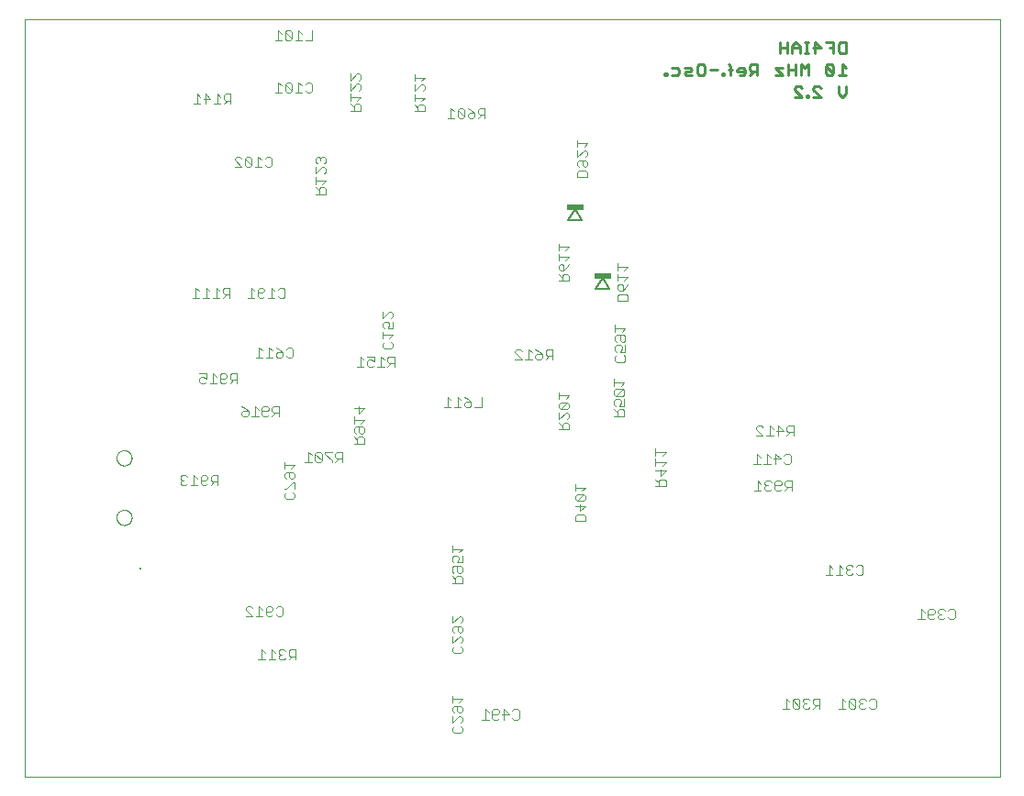
<source format=gbo>
G75*
%MOIN*%
%OFA0B0*%
%FSLAX25Y25*%
%IPPOS*%
%LPD*%
%AMOC8*
5,1,8,0,0,1.08239X$1,22.5*
%
%ADD10C,0.00000*%
%ADD11C,0.00900*%
%ADD12C,0.00300*%
%ADD13C,0.00500*%
%ADD14C,0.00800*%
%ADD15R,0.06200X0.02400*%
D10*
X0055902Y0001800D02*
X0055902Y0277391D01*
X0410233Y0277391D01*
X0410233Y0001800D01*
X0055902Y0001800D01*
X0089370Y0096149D02*
X0089372Y0096254D01*
X0089378Y0096359D01*
X0089388Y0096463D01*
X0089402Y0096567D01*
X0089420Y0096671D01*
X0089442Y0096773D01*
X0089467Y0096875D01*
X0089497Y0096976D01*
X0089530Y0097075D01*
X0089567Y0097173D01*
X0089608Y0097270D01*
X0089653Y0097365D01*
X0089701Y0097458D01*
X0089752Y0097550D01*
X0089808Y0097639D01*
X0089866Y0097726D01*
X0089928Y0097811D01*
X0089992Y0097894D01*
X0090060Y0097974D01*
X0090131Y0098051D01*
X0090205Y0098125D01*
X0090282Y0098197D01*
X0090361Y0098266D01*
X0090443Y0098331D01*
X0090527Y0098394D01*
X0090614Y0098453D01*
X0090703Y0098509D01*
X0090794Y0098562D01*
X0090887Y0098611D01*
X0090981Y0098656D01*
X0091077Y0098698D01*
X0091175Y0098736D01*
X0091274Y0098770D01*
X0091375Y0098801D01*
X0091476Y0098827D01*
X0091579Y0098850D01*
X0091682Y0098869D01*
X0091786Y0098884D01*
X0091890Y0098895D01*
X0091995Y0098902D01*
X0092100Y0098905D01*
X0092205Y0098904D01*
X0092310Y0098899D01*
X0092414Y0098890D01*
X0092518Y0098877D01*
X0092622Y0098860D01*
X0092725Y0098839D01*
X0092827Y0098814D01*
X0092928Y0098786D01*
X0093027Y0098753D01*
X0093126Y0098717D01*
X0093223Y0098677D01*
X0093318Y0098634D01*
X0093412Y0098586D01*
X0093504Y0098536D01*
X0093594Y0098482D01*
X0093682Y0098424D01*
X0093767Y0098363D01*
X0093850Y0098299D01*
X0093931Y0098232D01*
X0094009Y0098162D01*
X0094084Y0098088D01*
X0094156Y0098013D01*
X0094226Y0097934D01*
X0094292Y0097853D01*
X0094356Y0097769D01*
X0094416Y0097683D01*
X0094472Y0097595D01*
X0094526Y0097504D01*
X0094576Y0097412D01*
X0094622Y0097318D01*
X0094665Y0097222D01*
X0094704Y0097124D01*
X0094739Y0097026D01*
X0094770Y0096925D01*
X0094798Y0096824D01*
X0094822Y0096722D01*
X0094842Y0096619D01*
X0094858Y0096515D01*
X0094870Y0096411D01*
X0094878Y0096306D01*
X0094882Y0096201D01*
X0094882Y0096097D01*
X0094878Y0095992D01*
X0094870Y0095887D01*
X0094858Y0095783D01*
X0094842Y0095679D01*
X0094822Y0095576D01*
X0094798Y0095474D01*
X0094770Y0095373D01*
X0094739Y0095272D01*
X0094704Y0095174D01*
X0094665Y0095076D01*
X0094622Y0094980D01*
X0094576Y0094886D01*
X0094526Y0094794D01*
X0094472Y0094703D01*
X0094416Y0094615D01*
X0094356Y0094529D01*
X0094292Y0094445D01*
X0094226Y0094364D01*
X0094156Y0094285D01*
X0094084Y0094210D01*
X0094009Y0094136D01*
X0093931Y0094066D01*
X0093850Y0093999D01*
X0093767Y0093935D01*
X0093682Y0093874D01*
X0093594Y0093816D01*
X0093504Y0093762D01*
X0093412Y0093712D01*
X0093318Y0093664D01*
X0093223Y0093621D01*
X0093126Y0093581D01*
X0093027Y0093545D01*
X0092928Y0093512D01*
X0092827Y0093484D01*
X0092725Y0093459D01*
X0092622Y0093438D01*
X0092518Y0093421D01*
X0092414Y0093408D01*
X0092310Y0093399D01*
X0092205Y0093394D01*
X0092100Y0093393D01*
X0091995Y0093396D01*
X0091890Y0093403D01*
X0091786Y0093414D01*
X0091682Y0093429D01*
X0091579Y0093448D01*
X0091476Y0093471D01*
X0091375Y0093497D01*
X0091274Y0093528D01*
X0091175Y0093562D01*
X0091077Y0093600D01*
X0090981Y0093642D01*
X0090887Y0093687D01*
X0090794Y0093736D01*
X0090703Y0093789D01*
X0090614Y0093845D01*
X0090527Y0093904D01*
X0090443Y0093967D01*
X0090361Y0094032D01*
X0090282Y0094101D01*
X0090205Y0094173D01*
X0090131Y0094247D01*
X0090060Y0094324D01*
X0089992Y0094404D01*
X0089928Y0094487D01*
X0089866Y0094572D01*
X0089808Y0094659D01*
X0089752Y0094748D01*
X0089701Y0094840D01*
X0089653Y0094933D01*
X0089608Y0095028D01*
X0089567Y0095125D01*
X0089530Y0095223D01*
X0089497Y0095322D01*
X0089467Y0095423D01*
X0089442Y0095525D01*
X0089420Y0095627D01*
X0089402Y0095731D01*
X0089388Y0095835D01*
X0089378Y0095939D01*
X0089372Y0096044D01*
X0089370Y0096149D01*
X0089370Y0117802D02*
X0089372Y0117907D01*
X0089378Y0118012D01*
X0089388Y0118116D01*
X0089402Y0118220D01*
X0089420Y0118324D01*
X0089442Y0118426D01*
X0089467Y0118528D01*
X0089497Y0118629D01*
X0089530Y0118728D01*
X0089567Y0118826D01*
X0089608Y0118923D01*
X0089653Y0119018D01*
X0089701Y0119111D01*
X0089752Y0119203D01*
X0089808Y0119292D01*
X0089866Y0119379D01*
X0089928Y0119464D01*
X0089992Y0119547D01*
X0090060Y0119627D01*
X0090131Y0119704D01*
X0090205Y0119778D01*
X0090282Y0119850D01*
X0090361Y0119919D01*
X0090443Y0119984D01*
X0090527Y0120047D01*
X0090614Y0120106D01*
X0090703Y0120162D01*
X0090794Y0120215D01*
X0090887Y0120264D01*
X0090981Y0120309D01*
X0091077Y0120351D01*
X0091175Y0120389D01*
X0091274Y0120423D01*
X0091375Y0120454D01*
X0091476Y0120480D01*
X0091579Y0120503D01*
X0091682Y0120522D01*
X0091786Y0120537D01*
X0091890Y0120548D01*
X0091995Y0120555D01*
X0092100Y0120558D01*
X0092205Y0120557D01*
X0092310Y0120552D01*
X0092414Y0120543D01*
X0092518Y0120530D01*
X0092622Y0120513D01*
X0092725Y0120492D01*
X0092827Y0120467D01*
X0092928Y0120439D01*
X0093027Y0120406D01*
X0093126Y0120370D01*
X0093223Y0120330D01*
X0093318Y0120287D01*
X0093412Y0120239D01*
X0093504Y0120189D01*
X0093594Y0120135D01*
X0093682Y0120077D01*
X0093767Y0120016D01*
X0093850Y0119952D01*
X0093931Y0119885D01*
X0094009Y0119815D01*
X0094084Y0119741D01*
X0094156Y0119666D01*
X0094226Y0119587D01*
X0094292Y0119506D01*
X0094356Y0119422D01*
X0094416Y0119336D01*
X0094472Y0119248D01*
X0094526Y0119157D01*
X0094576Y0119065D01*
X0094622Y0118971D01*
X0094665Y0118875D01*
X0094704Y0118777D01*
X0094739Y0118679D01*
X0094770Y0118578D01*
X0094798Y0118477D01*
X0094822Y0118375D01*
X0094842Y0118272D01*
X0094858Y0118168D01*
X0094870Y0118064D01*
X0094878Y0117959D01*
X0094882Y0117854D01*
X0094882Y0117750D01*
X0094878Y0117645D01*
X0094870Y0117540D01*
X0094858Y0117436D01*
X0094842Y0117332D01*
X0094822Y0117229D01*
X0094798Y0117127D01*
X0094770Y0117026D01*
X0094739Y0116925D01*
X0094704Y0116827D01*
X0094665Y0116729D01*
X0094622Y0116633D01*
X0094576Y0116539D01*
X0094526Y0116447D01*
X0094472Y0116356D01*
X0094416Y0116268D01*
X0094356Y0116182D01*
X0094292Y0116098D01*
X0094226Y0116017D01*
X0094156Y0115938D01*
X0094084Y0115863D01*
X0094009Y0115789D01*
X0093931Y0115719D01*
X0093850Y0115652D01*
X0093767Y0115588D01*
X0093682Y0115527D01*
X0093594Y0115469D01*
X0093504Y0115415D01*
X0093412Y0115365D01*
X0093318Y0115317D01*
X0093223Y0115274D01*
X0093126Y0115234D01*
X0093027Y0115198D01*
X0092928Y0115165D01*
X0092827Y0115137D01*
X0092725Y0115112D01*
X0092622Y0115091D01*
X0092518Y0115074D01*
X0092414Y0115061D01*
X0092310Y0115052D01*
X0092205Y0115047D01*
X0092100Y0115046D01*
X0091995Y0115049D01*
X0091890Y0115056D01*
X0091786Y0115067D01*
X0091682Y0115082D01*
X0091579Y0115101D01*
X0091476Y0115124D01*
X0091375Y0115150D01*
X0091274Y0115181D01*
X0091175Y0115215D01*
X0091077Y0115253D01*
X0090981Y0115295D01*
X0090887Y0115340D01*
X0090794Y0115389D01*
X0090703Y0115442D01*
X0090614Y0115498D01*
X0090527Y0115557D01*
X0090443Y0115620D01*
X0090361Y0115685D01*
X0090282Y0115754D01*
X0090205Y0115826D01*
X0090131Y0115900D01*
X0090060Y0115977D01*
X0089992Y0116057D01*
X0089928Y0116140D01*
X0089866Y0116225D01*
X0089808Y0116312D01*
X0089752Y0116401D01*
X0089701Y0116493D01*
X0089653Y0116586D01*
X0089608Y0116681D01*
X0089567Y0116778D01*
X0089530Y0116876D01*
X0089497Y0116975D01*
X0089467Y0117076D01*
X0089442Y0117178D01*
X0089420Y0117280D01*
X0089402Y0117384D01*
X0089388Y0117488D01*
X0089378Y0117592D01*
X0089372Y0117697D01*
X0089370Y0117802D01*
D11*
X0288525Y0256862D02*
X0289209Y0256862D01*
X0289209Y0257546D01*
X0288525Y0257546D01*
X0288525Y0256862D01*
X0291077Y0256862D02*
X0293129Y0256862D01*
X0293813Y0257546D01*
X0293813Y0258914D01*
X0293129Y0259598D01*
X0291077Y0259598D01*
X0295681Y0259598D02*
X0297733Y0259598D01*
X0298417Y0258914D01*
X0297733Y0258230D01*
X0296365Y0258230D01*
X0295681Y0257546D01*
X0296365Y0256862D01*
X0298417Y0256862D01*
X0300285Y0257546D02*
X0300285Y0260281D01*
X0300969Y0260965D01*
X0302337Y0260965D01*
X0303021Y0260281D01*
X0303021Y0257546D01*
X0302337Y0256862D01*
X0300969Y0256862D01*
X0300285Y0257546D01*
X0304889Y0258914D02*
X0307625Y0258914D01*
X0309243Y0257546D02*
X0309243Y0256862D01*
X0309927Y0256862D01*
X0309927Y0257546D01*
X0309243Y0257546D01*
X0311628Y0258914D02*
X0312996Y0258914D01*
X0312312Y0260281D02*
X0312312Y0256862D01*
X0314864Y0258230D02*
X0317600Y0258230D01*
X0317600Y0258914D02*
X0316916Y0259598D01*
X0315548Y0259598D01*
X0314864Y0258914D01*
X0314864Y0258230D01*
X0315548Y0256862D02*
X0316916Y0256862D01*
X0317600Y0257546D01*
X0317600Y0258914D01*
X0319468Y0258914D02*
X0319468Y0260281D01*
X0320152Y0260965D01*
X0322204Y0260965D01*
X0322204Y0256862D01*
X0322204Y0258230D02*
X0320152Y0258230D01*
X0319468Y0258914D01*
X0320836Y0258230D02*
X0319468Y0256862D01*
X0312312Y0260281D02*
X0311628Y0260965D01*
X0328676Y0259598D02*
X0331412Y0256862D01*
X0328676Y0256862D01*
X0328676Y0259598D02*
X0331412Y0259598D01*
X0333280Y0258914D02*
X0336016Y0258914D01*
X0336016Y0260965D02*
X0336016Y0256862D01*
X0337884Y0256862D02*
X0337884Y0260965D01*
X0339252Y0259598D01*
X0340620Y0260965D01*
X0340620Y0256862D01*
X0343172Y0252915D02*
X0344540Y0252915D01*
X0345224Y0252231D01*
X0343172Y0252915D02*
X0342488Y0252231D01*
X0342488Y0251548D01*
X0345224Y0248812D01*
X0342488Y0248812D01*
X0340620Y0248812D02*
X0339936Y0248812D01*
X0339936Y0249496D01*
X0340620Y0249496D01*
X0340620Y0248812D01*
X0338318Y0248812D02*
X0335582Y0251548D01*
X0335582Y0252231D01*
X0336266Y0252915D01*
X0337634Y0252915D01*
X0338318Y0252231D01*
X0338318Y0248812D02*
X0335582Y0248812D01*
X0333280Y0256862D02*
X0333280Y0260965D01*
X0332947Y0264912D02*
X0332947Y0269015D01*
X0332947Y0266964D02*
X0330211Y0266964D01*
X0330211Y0269015D02*
X0330211Y0264912D01*
X0334815Y0264912D02*
X0334815Y0267648D01*
X0336183Y0269015D01*
X0337550Y0267648D01*
X0337550Y0264912D01*
X0339252Y0264912D02*
X0340620Y0264912D01*
X0339936Y0264912D02*
X0339936Y0269015D01*
X0340620Y0269015D02*
X0339252Y0269015D01*
X0337550Y0266964D02*
X0334815Y0266964D01*
X0342488Y0266964D02*
X0345224Y0266964D01*
X0343172Y0269015D01*
X0343172Y0264912D01*
X0348460Y0266964D02*
X0349828Y0266964D01*
X0349828Y0269015D02*
X0347092Y0269015D01*
X0349828Y0269015D02*
X0349828Y0264912D01*
X0351696Y0265596D02*
X0351696Y0268331D01*
X0352380Y0269015D01*
X0354431Y0269015D01*
X0354431Y0264912D01*
X0352380Y0264912D01*
X0351696Y0265596D01*
X0353064Y0260965D02*
X0353064Y0256862D01*
X0354431Y0256862D02*
X0351696Y0256862D01*
X0349828Y0257546D02*
X0347092Y0260281D01*
X0347092Y0257546D01*
X0347776Y0256862D01*
X0349144Y0256862D01*
X0349828Y0257546D01*
X0349828Y0260281D01*
X0349144Y0260965D01*
X0347776Y0260965D01*
X0347092Y0260281D01*
X0353064Y0260965D02*
X0354431Y0259598D01*
X0354431Y0252915D02*
X0354431Y0250180D01*
X0353064Y0248812D01*
X0351696Y0250180D01*
X0351696Y0252915D01*
D12*
X0271400Y0188410D02*
X0271400Y0185941D01*
X0271400Y0184727D02*
X0271400Y0182258D01*
X0271400Y0183492D02*
X0275103Y0183492D01*
X0273869Y0182258D01*
X0275103Y0181043D02*
X0274486Y0179809D01*
X0273252Y0178575D01*
X0273252Y0180426D01*
X0272634Y0181043D01*
X0272017Y0181043D01*
X0271400Y0180426D01*
X0271400Y0179192D01*
X0272017Y0178575D01*
X0273252Y0178575D01*
X0274486Y0177360D02*
X0272017Y0177360D01*
X0271400Y0176743D01*
X0271400Y0174891D01*
X0275103Y0174891D01*
X0275103Y0176743D01*
X0274486Y0177360D01*
X0273869Y0185941D02*
X0275103Y0187175D01*
X0271400Y0187175D01*
X0253708Y0188311D02*
X0253091Y0187077D01*
X0251857Y0185842D01*
X0251857Y0187694D01*
X0251240Y0188311D01*
X0250623Y0188311D01*
X0250005Y0187694D01*
X0250005Y0186459D01*
X0250623Y0185842D01*
X0251857Y0185842D01*
X0251857Y0184628D02*
X0251240Y0184011D01*
X0251240Y0182159D01*
X0251240Y0183393D02*
X0250005Y0184628D01*
X0251857Y0184628D02*
X0253091Y0184628D01*
X0253708Y0184011D01*
X0253708Y0182159D01*
X0250005Y0182159D01*
X0250005Y0189525D02*
X0250005Y0191994D01*
X0250005Y0193208D02*
X0250005Y0195677D01*
X0250005Y0194443D02*
X0253708Y0194443D01*
X0252474Y0193208D01*
X0253708Y0190760D02*
X0250005Y0190760D01*
X0252474Y0189525D02*
X0253708Y0190760D01*
X0270470Y0166153D02*
X0270470Y0163684D01*
X0270470Y0164919D02*
X0274173Y0164919D01*
X0272939Y0163684D01*
X0273556Y0162470D02*
X0274173Y0161853D01*
X0274173Y0160618D01*
X0273556Y0160001D01*
X0272939Y0160001D01*
X0272322Y0160618D01*
X0272322Y0162470D01*
X0273556Y0162470D02*
X0271087Y0162470D01*
X0270470Y0161853D01*
X0270470Y0160618D01*
X0271087Y0160001D01*
X0271087Y0158787D02*
X0270470Y0158169D01*
X0270470Y0156935D01*
X0271087Y0156318D01*
X0271087Y0155104D02*
X0270470Y0154486D01*
X0270470Y0153252D01*
X0271087Y0152635D01*
X0273556Y0152635D01*
X0274173Y0153252D01*
X0274173Y0154486D01*
X0273556Y0155104D01*
X0274173Y0156318D02*
X0272322Y0156318D01*
X0272939Y0157552D01*
X0272939Y0158169D01*
X0272322Y0158787D01*
X0271087Y0158787D01*
X0274173Y0158787D02*
X0274173Y0156318D01*
X0270159Y0146498D02*
X0270159Y0144029D01*
X0270159Y0145264D02*
X0273862Y0145264D01*
X0272628Y0144029D01*
X0273245Y0142815D02*
X0270776Y0142815D01*
X0270159Y0142198D01*
X0270159Y0140963D01*
X0270776Y0140346D01*
X0273245Y0142815D01*
X0273862Y0142198D01*
X0273862Y0140963D01*
X0273245Y0140346D01*
X0270776Y0140346D01*
X0270776Y0139132D02*
X0270159Y0138515D01*
X0270159Y0137280D01*
X0270776Y0136663D01*
X0272011Y0136663D02*
X0272628Y0137897D01*
X0272628Y0138515D01*
X0272011Y0139132D01*
X0270776Y0139132D01*
X0272011Y0136663D02*
X0273862Y0136663D01*
X0273862Y0139132D01*
X0273245Y0135449D02*
X0272011Y0135449D01*
X0271393Y0134832D01*
X0271393Y0132980D01*
X0270159Y0132980D02*
X0273862Y0132980D01*
X0273862Y0134832D01*
X0273245Y0135449D01*
X0271393Y0134214D02*
X0270159Y0135449D01*
X0253779Y0136118D02*
X0253779Y0137352D01*
X0253162Y0137969D01*
X0250693Y0135501D01*
X0250076Y0136118D01*
X0250076Y0137352D01*
X0250693Y0137969D01*
X0253162Y0137969D01*
X0252545Y0139184D02*
X0253779Y0140418D01*
X0250076Y0140418D01*
X0250076Y0139184D02*
X0250076Y0141653D01*
X0250693Y0135501D02*
X0253162Y0135501D01*
X0253779Y0136118D01*
X0253162Y0134286D02*
X0253779Y0133669D01*
X0253779Y0132435D01*
X0253162Y0131817D01*
X0253162Y0130603D02*
X0251927Y0130603D01*
X0251310Y0129986D01*
X0251310Y0128134D01*
X0250076Y0128134D02*
X0253779Y0128134D01*
X0253779Y0129986D01*
X0253162Y0130603D01*
X0251310Y0129369D02*
X0250076Y0130603D01*
X0250076Y0131817D02*
X0252545Y0134286D01*
X0253162Y0134286D01*
X0250076Y0134286D02*
X0250076Y0131817D01*
X0247681Y0153647D02*
X0247681Y0157351D01*
X0245830Y0157351D01*
X0245212Y0156733D01*
X0245212Y0155499D01*
X0245830Y0154882D01*
X0247681Y0154882D01*
X0246447Y0154882D02*
X0245212Y0153647D01*
X0243998Y0154265D02*
X0243381Y0153647D01*
X0242146Y0153647D01*
X0241529Y0154265D01*
X0241529Y0154882D01*
X0242146Y0155499D01*
X0243998Y0155499D01*
X0243998Y0154265D01*
X0243998Y0155499D02*
X0242764Y0156733D01*
X0241529Y0157351D01*
X0240315Y0156116D02*
X0239080Y0157351D01*
X0239080Y0153647D01*
X0237846Y0153647D02*
X0240315Y0153647D01*
X0236632Y0153647D02*
X0234163Y0156116D01*
X0234163Y0156733D01*
X0234780Y0157351D01*
X0236015Y0157351D01*
X0236632Y0156733D01*
X0236632Y0153647D02*
X0234163Y0153647D01*
X0221881Y0140005D02*
X0221881Y0136302D01*
X0219412Y0136302D01*
X0218198Y0136919D02*
X0217581Y0136302D01*
X0216347Y0136302D01*
X0215729Y0136919D01*
X0215729Y0137536D01*
X0216347Y0138153D01*
X0218198Y0138153D01*
X0218198Y0136919D01*
X0218198Y0138153D02*
X0216964Y0139388D01*
X0215729Y0140005D01*
X0214515Y0138770D02*
X0213281Y0140005D01*
X0213281Y0136302D01*
X0214515Y0136302D02*
X0212046Y0136302D01*
X0210832Y0136302D02*
X0208363Y0136302D01*
X0209597Y0136302D02*
X0209597Y0140005D01*
X0210832Y0138770D01*
X0190252Y0151021D02*
X0190252Y0154724D01*
X0188401Y0154724D01*
X0187783Y0154107D01*
X0187783Y0152872D01*
X0188401Y0152255D01*
X0190252Y0152255D01*
X0189018Y0152255D02*
X0187783Y0151021D01*
X0186569Y0151021D02*
X0184100Y0151021D01*
X0185335Y0151021D02*
X0185335Y0154724D01*
X0186569Y0153490D01*
X0182886Y0152872D02*
X0181651Y0153490D01*
X0181034Y0153490D01*
X0180417Y0152872D01*
X0180417Y0151638D01*
X0181034Y0151021D01*
X0182269Y0151021D01*
X0182886Y0151638D01*
X0182886Y0152872D02*
X0182886Y0154724D01*
X0180417Y0154724D01*
X0179203Y0153490D02*
X0177968Y0154724D01*
X0177968Y0151021D01*
X0176734Y0151021D02*
X0179203Y0151021D01*
X0186046Y0158119D02*
X0186663Y0157502D01*
X0189132Y0157502D01*
X0189749Y0158119D01*
X0189749Y0159354D01*
X0189132Y0159971D01*
X0188515Y0161185D02*
X0189749Y0162420D01*
X0186046Y0162420D01*
X0186046Y0163654D02*
X0186046Y0161185D01*
X0186663Y0159971D02*
X0186046Y0159354D01*
X0186046Y0158119D01*
X0186663Y0164869D02*
X0186046Y0165486D01*
X0186046Y0166720D01*
X0186663Y0167337D01*
X0187898Y0167337D01*
X0188515Y0166720D01*
X0188515Y0166103D01*
X0187898Y0164869D01*
X0189749Y0164869D01*
X0189749Y0167337D01*
X0189132Y0168552D02*
X0189749Y0169169D01*
X0189749Y0170403D01*
X0189132Y0171020D01*
X0188515Y0171020D01*
X0186046Y0168552D01*
X0186046Y0171020D01*
X0153407Y0157363D02*
X0153407Y0154894D01*
X0152789Y0154277D01*
X0151555Y0154277D01*
X0150938Y0154894D01*
X0149724Y0154894D02*
X0149106Y0154277D01*
X0147872Y0154277D01*
X0147255Y0154894D01*
X0147255Y0155512D01*
X0147872Y0156129D01*
X0149724Y0156129D01*
X0149724Y0154894D01*
X0149724Y0156129D02*
X0148489Y0157363D01*
X0147255Y0157980D01*
X0146040Y0156746D02*
X0144806Y0157980D01*
X0144806Y0154277D01*
X0146040Y0154277D02*
X0143572Y0154277D01*
X0142357Y0154277D02*
X0139888Y0154277D01*
X0141123Y0154277D02*
X0141123Y0157980D01*
X0142357Y0156746D01*
X0150938Y0157363D02*
X0151555Y0157980D01*
X0152789Y0157980D01*
X0153407Y0157363D01*
X0133058Y0148571D02*
X0133058Y0144868D01*
X0133058Y0146103D02*
X0131207Y0146103D01*
X0130589Y0146720D01*
X0130589Y0147954D01*
X0131207Y0148571D01*
X0133058Y0148571D01*
X0131824Y0146103D02*
X0130589Y0144868D01*
X0129375Y0145485D02*
X0128758Y0144868D01*
X0127523Y0144868D01*
X0126906Y0145485D01*
X0126906Y0147954D01*
X0127523Y0148571D01*
X0128758Y0148571D01*
X0129375Y0147954D01*
X0129375Y0147337D01*
X0128758Y0146720D01*
X0126906Y0146720D01*
X0125692Y0147337D02*
X0124458Y0148571D01*
X0124458Y0144868D01*
X0125692Y0144868D02*
X0123223Y0144868D01*
X0122009Y0145485D02*
X0121392Y0144868D01*
X0120157Y0144868D01*
X0119540Y0145485D01*
X0119540Y0146720D01*
X0120157Y0147337D01*
X0120774Y0147337D01*
X0122009Y0146720D01*
X0122009Y0148571D01*
X0119540Y0148571D01*
X0134821Y0136612D02*
X0136055Y0135994D01*
X0137289Y0134760D01*
X0135438Y0134760D01*
X0134821Y0134143D01*
X0134821Y0133526D01*
X0135438Y0132908D01*
X0136672Y0132908D01*
X0137289Y0133526D01*
X0137289Y0134760D01*
X0138504Y0132908D02*
X0140972Y0132908D01*
X0139738Y0132908D02*
X0139738Y0136612D01*
X0140972Y0135377D01*
X0142187Y0134760D02*
X0144038Y0134760D01*
X0144656Y0135377D01*
X0144656Y0135994D01*
X0144038Y0136612D01*
X0142804Y0136612D01*
X0142187Y0135994D01*
X0142187Y0133526D01*
X0142804Y0132908D01*
X0144038Y0132908D01*
X0144656Y0133526D01*
X0145870Y0132908D02*
X0147104Y0134143D01*
X0146487Y0134143D02*
X0148339Y0134143D01*
X0148339Y0132908D02*
X0148339Y0136612D01*
X0146487Y0136612D01*
X0145870Y0135994D01*
X0145870Y0134760D01*
X0146487Y0134143D01*
X0158995Y0120004D02*
X0158995Y0116301D01*
X0160229Y0116301D02*
X0157760Y0116301D01*
X0160229Y0118769D02*
X0158995Y0120004D01*
X0161444Y0119387D02*
X0161444Y0116918D01*
X0162061Y0116301D01*
X0163295Y0116301D01*
X0163912Y0116918D01*
X0161444Y0119387D01*
X0162061Y0120004D01*
X0163295Y0120004D01*
X0163912Y0119387D01*
X0163912Y0116918D01*
X0165127Y0119387D02*
X0167596Y0116918D01*
X0167596Y0116301D01*
X0168810Y0116301D02*
X0170044Y0117535D01*
X0169427Y0117535D02*
X0171279Y0117535D01*
X0171279Y0116301D02*
X0171279Y0120004D01*
X0169427Y0120004D01*
X0168810Y0119387D01*
X0168810Y0118152D01*
X0169427Y0117535D01*
X0167596Y0120004D02*
X0165127Y0120004D01*
X0165127Y0119387D01*
X0175623Y0122949D02*
X0179326Y0122949D01*
X0179326Y0124801D01*
X0178709Y0125418D01*
X0177474Y0125418D01*
X0176857Y0124801D01*
X0176857Y0122949D01*
X0176857Y0124184D02*
X0175623Y0125418D01*
X0176240Y0126632D02*
X0175623Y0127250D01*
X0175623Y0128484D01*
X0176240Y0129101D01*
X0178709Y0129101D01*
X0179326Y0128484D01*
X0179326Y0127250D01*
X0178709Y0126632D01*
X0178091Y0126632D01*
X0177474Y0127250D01*
X0177474Y0129101D01*
X0178091Y0130316D02*
X0179326Y0131550D01*
X0175623Y0131550D01*
X0175623Y0130316D02*
X0175623Y0132784D01*
X0177474Y0133999D02*
X0177474Y0136468D01*
X0175623Y0135850D02*
X0179326Y0135850D01*
X0177474Y0133999D01*
X0154054Y0115122D02*
X0150351Y0115122D01*
X0150351Y0116356D02*
X0150351Y0113887D01*
X0150968Y0112673D02*
X0153437Y0112673D01*
X0154054Y0112056D01*
X0154054Y0110821D01*
X0153437Y0110204D01*
X0152820Y0110204D01*
X0152202Y0110821D01*
X0152202Y0112673D01*
X0150968Y0112673D02*
X0150351Y0112056D01*
X0150351Y0110821D01*
X0150968Y0110204D01*
X0153437Y0108990D02*
X0150968Y0106521D01*
X0150351Y0106521D01*
X0150968Y0105307D02*
X0150351Y0104690D01*
X0150351Y0103455D01*
X0150968Y0102838D01*
X0153437Y0102838D01*
X0154054Y0103455D01*
X0154054Y0104690D01*
X0153437Y0105307D01*
X0154054Y0106521D02*
X0154054Y0108990D01*
X0153437Y0108990D01*
X0152820Y0113887D02*
X0154054Y0115122D01*
X0126102Y0111570D02*
X0126102Y0107867D01*
X0126102Y0109101D02*
X0124250Y0109101D01*
X0123633Y0109718D01*
X0123633Y0110953D01*
X0124250Y0111570D01*
X0126102Y0111570D01*
X0124867Y0109101D02*
X0123633Y0107867D01*
X0122418Y0108484D02*
X0121801Y0107867D01*
X0120567Y0107867D01*
X0119950Y0108484D01*
X0119950Y0110953D01*
X0120567Y0111570D01*
X0121801Y0111570D01*
X0122418Y0110953D01*
X0122418Y0110336D01*
X0121801Y0109718D01*
X0119950Y0109718D01*
X0118735Y0110336D02*
X0117501Y0111570D01*
X0117501Y0107867D01*
X0118735Y0107867D02*
X0116267Y0107867D01*
X0115052Y0108484D02*
X0114435Y0107867D01*
X0113201Y0107867D01*
X0112583Y0108484D01*
X0112583Y0109101D01*
X0113201Y0109718D01*
X0113818Y0109718D01*
X0113201Y0109718D02*
X0112583Y0110336D01*
X0112583Y0110953D01*
X0113201Y0111570D01*
X0114435Y0111570D01*
X0115052Y0110953D01*
X0136896Y0063830D02*
X0136279Y0063213D01*
X0136279Y0062596D01*
X0138748Y0060127D01*
X0136279Y0060127D01*
X0139962Y0060127D02*
X0142431Y0060127D01*
X0141197Y0060127D02*
X0141197Y0063830D01*
X0142431Y0062596D01*
X0143645Y0063213D02*
X0144263Y0063830D01*
X0145497Y0063830D01*
X0146114Y0063213D01*
X0146114Y0062596D01*
X0145497Y0061979D01*
X0143645Y0061979D01*
X0143645Y0063213D02*
X0143645Y0060744D01*
X0144263Y0060127D01*
X0145497Y0060127D01*
X0146114Y0060744D01*
X0147329Y0060744D02*
X0147946Y0060127D01*
X0149180Y0060127D01*
X0149797Y0060744D01*
X0149797Y0063213D01*
X0149180Y0063830D01*
X0147946Y0063830D01*
X0147329Y0063213D01*
X0138748Y0063213D02*
X0138131Y0063830D01*
X0136896Y0063830D01*
X0142101Y0048115D02*
X0142101Y0044412D01*
X0143335Y0044412D02*
X0140867Y0044412D01*
X0143335Y0046880D02*
X0142101Y0048115D01*
X0145784Y0048115D02*
X0145784Y0044412D01*
X0147018Y0044412D02*
X0144550Y0044412D01*
X0147018Y0046880D02*
X0145784Y0048115D01*
X0148233Y0047498D02*
X0148233Y0046880D01*
X0148850Y0046263D01*
X0148233Y0045646D01*
X0148233Y0045029D01*
X0148850Y0044412D01*
X0150084Y0044412D01*
X0150702Y0045029D01*
X0151916Y0044412D02*
X0153150Y0045646D01*
X0152533Y0045646D02*
X0154385Y0045646D01*
X0154385Y0044412D02*
X0154385Y0048115D01*
X0152533Y0048115D01*
X0151916Y0047498D01*
X0151916Y0046263D01*
X0152533Y0045646D01*
X0150702Y0047498D02*
X0150084Y0048115D01*
X0148850Y0048115D01*
X0148233Y0047498D01*
X0148850Y0046263D02*
X0149467Y0046263D01*
X0211445Y0047409D02*
X0211445Y0048644D01*
X0212062Y0049261D01*
X0211445Y0050475D02*
X0213914Y0052944D01*
X0214531Y0052944D01*
X0215148Y0052327D01*
X0215148Y0051093D01*
X0214531Y0050475D01*
X0214531Y0049261D02*
X0215148Y0048644D01*
X0215148Y0047409D01*
X0214531Y0046792D01*
X0212062Y0046792D01*
X0211445Y0047409D01*
X0211445Y0050475D02*
X0211445Y0052944D01*
X0212062Y0054159D02*
X0211445Y0054776D01*
X0211445Y0056010D01*
X0212062Y0056627D01*
X0214531Y0056627D01*
X0215148Y0056010D01*
X0215148Y0054776D01*
X0214531Y0054159D01*
X0213914Y0054159D01*
X0213297Y0054776D01*
X0213297Y0056627D01*
X0214531Y0057842D02*
X0215148Y0058459D01*
X0215148Y0059693D01*
X0214531Y0060310D01*
X0213914Y0060310D01*
X0211445Y0057842D01*
X0211445Y0060310D01*
X0211234Y0072384D02*
X0214937Y0072384D01*
X0214937Y0074235D01*
X0214320Y0074852D01*
X0213086Y0074852D01*
X0212469Y0074235D01*
X0212469Y0072384D01*
X0212469Y0073618D02*
X0211234Y0074852D01*
X0211852Y0076067D02*
X0211234Y0076684D01*
X0211234Y0077918D01*
X0211852Y0078536D01*
X0214320Y0078536D01*
X0214937Y0077918D01*
X0214937Y0076684D01*
X0214320Y0076067D01*
X0213703Y0076067D01*
X0213086Y0076684D01*
X0213086Y0078536D01*
X0213086Y0079750D02*
X0213703Y0080984D01*
X0213703Y0081602D01*
X0213086Y0082219D01*
X0211852Y0082219D01*
X0211234Y0081602D01*
X0211234Y0080367D01*
X0211852Y0079750D01*
X0213086Y0079750D02*
X0214937Y0079750D01*
X0214937Y0082219D01*
X0213703Y0083433D02*
X0214937Y0084668D01*
X0211234Y0084668D01*
X0211234Y0085902D02*
X0211234Y0083433D01*
X0255980Y0094789D02*
X0255980Y0096641D01*
X0256597Y0097258D01*
X0259066Y0097258D01*
X0259683Y0096641D01*
X0259683Y0094789D01*
X0255980Y0094789D01*
X0257831Y0098473D02*
X0257831Y0100941D01*
X0256597Y0102156D02*
X0259066Y0104624D01*
X0256597Y0104624D01*
X0255980Y0104007D01*
X0255980Y0102773D01*
X0256597Y0102156D01*
X0259066Y0102156D01*
X0259683Y0102773D01*
X0259683Y0104007D01*
X0259066Y0104624D01*
X0258449Y0105839D02*
X0259683Y0107073D01*
X0255980Y0107073D01*
X0255980Y0105839D02*
X0255980Y0108308D01*
X0255980Y0100324D02*
X0259683Y0100324D01*
X0257831Y0098473D01*
X0285203Y0107576D02*
X0288906Y0107576D01*
X0288906Y0109428D01*
X0288289Y0110045D01*
X0287054Y0110045D01*
X0286437Y0109428D01*
X0286437Y0107576D01*
X0286437Y0108811D02*
X0285203Y0110045D01*
X0287054Y0111259D02*
X0287054Y0113728D01*
X0287672Y0114943D02*
X0288906Y0116177D01*
X0285203Y0116177D01*
X0285203Y0114943D02*
X0285203Y0117411D01*
X0285203Y0118626D02*
X0285203Y0121094D01*
X0285203Y0119860D02*
X0288906Y0119860D01*
X0287672Y0118626D01*
X0288906Y0113111D02*
X0285203Y0113111D01*
X0287054Y0111259D02*
X0288906Y0113111D01*
X0320750Y0115565D02*
X0323219Y0115565D01*
X0324433Y0115565D02*
X0326902Y0115565D01*
X0325668Y0115565D02*
X0325668Y0119268D01*
X0326902Y0118034D01*
X0328116Y0117417D02*
X0330585Y0117417D01*
X0328734Y0119268D01*
X0328734Y0115565D01*
X0331800Y0116182D02*
X0332417Y0115565D01*
X0333651Y0115565D01*
X0334268Y0116182D01*
X0334268Y0118651D01*
X0333651Y0119268D01*
X0332417Y0119268D01*
X0331800Y0118651D01*
X0323219Y0118034D02*
X0321985Y0119268D01*
X0321985Y0115565D01*
X0322290Y0109601D02*
X0322290Y0105897D01*
X0321056Y0105897D02*
X0323525Y0105897D01*
X0324739Y0106515D02*
X0325356Y0105897D01*
X0326591Y0105897D01*
X0327208Y0106515D01*
X0328422Y0106515D02*
X0328422Y0108983D01*
X0329040Y0109601D01*
X0330274Y0109601D01*
X0330891Y0108983D01*
X0330891Y0108366D01*
X0330274Y0107749D01*
X0328422Y0107749D01*
X0328422Y0106515D02*
X0329040Y0105897D01*
X0330274Y0105897D01*
X0330891Y0106515D01*
X0332105Y0105897D02*
X0333340Y0107132D01*
X0332723Y0107132D02*
X0334574Y0107132D01*
X0334574Y0105897D02*
X0334574Y0109601D01*
X0332723Y0109601D01*
X0332105Y0108983D01*
X0332105Y0107749D01*
X0332723Y0107132D01*
X0327208Y0108983D02*
X0326591Y0109601D01*
X0325356Y0109601D01*
X0324739Y0108983D01*
X0324739Y0108366D01*
X0325356Y0107749D01*
X0324739Y0107132D01*
X0324739Y0106515D01*
X0325356Y0107749D02*
X0325974Y0107749D01*
X0323525Y0108366D02*
X0322290Y0109601D01*
X0321734Y0125871D02*
X0324203Y0125871D01*
X0321734Y0128339D01*
X0321734Y0128957D01*
X0322351Y0129574D01*
X0323586Y0129574D01*
X0324203Y0128957D01*
X0326652Y0129574D02*
X0326652Y0125871D01*
X0327886Y0125871D02*
X0325417Y0125871D01*
X0327886Y0128339D02*
X0326652Y0129574D01*
X0329718Y0129574D02*
X0331569Y0127722D01*
X0329100Y0127722D01*
X0329718Y0125871D02*
X0329718Y0129574D01*
X0332784Y0128957D02*
X0332784Y0127722D01*
X0333401Y0127105D01*
X0335252Y0127105D01*
X0334018Y0127105D02*
X0332784Y0125871D01*
X0335252Y0125871D02*
X0335252Y0129574D01*
X0333401Y0129574D01*
X0332784Y0128957D01*
X0348236Y0078929D02*
X0348236Y0075226D01*
X0349470Y0075226D02*
X0347001Y0075226D01*
X0349470Y0077694D02*
X0348236Y0078929D01*
X0351919Y0078929D02*
X0351919Y0075226D01*
X0353153Y0075226D02*
X0350684Y0075226D01*
X0353153Y0077694D02*
X0351919Y0078929D01*
X0354368Y0078312D02*
X0354368Y0077694D01*
X0354985Y0077077D01*
X0354368Y0076460D01*
X0354368Y0075843D01*
X0354985Y0075226D01*
X0356219Y0075226D01*
X0356836Y0075843D01*
X0358051Y0075843D02*
X0358668Y0075226D01*
X0359902Y0075226D01*
X0360520Y0075843D01*
X0360520Y0078312D01*
X0359902Y0078929D01*
X0358668Y0078929D01*
X0358051Y0078312D01*
X0356836Y0078312D02*
X0356219Y0078929D01*
X0354985Y0078929D01*
X0354368Y0078312D01*
X0354985Y0077077D02*
X0355602Y0077077D01*
X0381642Y0062838D02*
X0381642Y0059134D01*
X0382876Y0059134D02*
X0380408Y0059134D01*
X0382876Y0061603D02*
X0381642Y0062838D01*
X0384091Y0062220D02*
X0384708Y0062838D01*
X0385942Y0062838D01*
X0386560Y0062220D01*
X0386560Y0061603D01*
X0385942Y0060986D01*
X0384091Y0060986D01*
X0384091Y0059752D02*
X0384091Y0062220D01*
X0384091Y0059752D02*
X0384708Y0059134D01*
X0385942Y0059134D01*
X0386560Y0059752D01*
X0387774Y0059752D02*
X0388391Y0059134D01*
X0389626Y0059134D01*
X0390243Y0059752D01*
X0391457Y0059752D02*
X0392074Y0059134D01*
X0393309Y0059134D01*
X0393926Y0059752D01*
X0393926Y0062220D01*
X0393309Y0062838D01*
X0392074Y0062838D01*
X0391457Y0062220D01*
X0390243Y0062220D02*
X0389626Y0062838D01*
X0388391Y0062838D01*
X0387774Y0062220D01*
X0387774Y0061603D01*
X0388391Y0060986D01*
X0387774Y0060369D01*
X0387774Y0059752D01*
X0388391Y0060986D02*
X0389008Y0060986D01*
X0364614Y0030319D02*
X0363380Y0030319D01*
X0362762Y0029701D01*
X0361548Y0029701D02*
X0360931Y0030319D01*
X0359696Y0030319D01*
X0359079Y0029701D01*
X0359079Y0029084D01*
X0359696Y0028467D01*
X0359079Y0027850D01*
X0359079Y0027233D01*
X0359696Y0026615D01*
X0360931Y0026615D01*
X0361548Y0027233D01*
X0362762Y0027233D02*
X0363380Y0026615D01*
X0364614Y0026615D01*
X0365231Y0027233D01*
X0365231Y0029701D01*
X0364614Y0030319D01*
X0360314Y0028467D02*
X0359696Y0028467D01*
X0357865Y0027233D02*
X0355396Y0029701D01*
X0355396Y0027233D01*
X0356013Y0026615D01*
X0357248Y0026615D01*
X0357865Y0027233D01*
X0357865Y0029701D01*
X0357248Y0030319D01*
X0356013Y0030319D01*
X0355396Y0029701D01*
X0354182Y0029084D02*
X0352947Y0030319D01*
X0352947Y0026615D01*
X0351713Y0026615D02*
X0354182Y0026615D01*
X0344860Y0026669D02*
X0344860Y0030372D01*
X0343009Y0030372D01*
X0342391Y0029755D01*
X0342391Y0028521D01*
X0343009Y0027904D01*
X0344860Y0027904D01*
X0343626Y0027904D02*
X0342391Y0026669D01*
X0341177Y0027286D02*
X0340560Y0026669D01*
X0339326Y0026669D01*
X0338708Y0027286D01*
X0338708Y0027904D01*
X0339326Y0028521D01*
X0339943Y0028521D01*
X0339326Y0028521D02*
X0338708Y0029138D01*
X0338708Y0029755D01*
X0339326Y0030372D01*
X0340560Y0030372D01*
X0341177Y0029755D01*
X0337494Y0029755D02*
X0337494Y0027286D01*
X0335025Y0029755D01*
X0335025Y0027286D01*
X0335642Y0026669D01*
X0336877Y0026669D01*
X0337494Y0027286D01*
X0337494Y0029755D02*
X0336877Y0030372D01*
X0335642Y0030372D01*
X0335025Y0029755D01*
X0333811Y0029138D02*
X0332576Y0030372D01*
X0332576Y0026669D01*
X0331342Y0026669D02*
X0333811Y0026669D01*
X0235666Y0025815D02*
X0235666Y0023346D01*
X0235049Y0022729D01*
X0233814Y0022729D01*
X0233197Y0023346D01*
X0231983Y0024581D02*
X0229514Y0024581D01*
X0228300Y0025198D02*
X0227682Y0024581D01*
X0225831Y0024581D01*
X0225831Y0025815D02*
X0226448Y0026432D01*
X0227682Y0026432D01*
X0228300Y0025815D01*
X0228300Y0025198D01*
X0228300Y0023346D02*
X0227682Y0022729D01*
X0226448Y0022729D01*
X0225831Y0023346D01*
X0225831Y0025815D01*
X0224616Y0025198D02*
X0223382Y0026432D01*
X0223382Y0022729D01*
X0224616Y0022729D02*
X0222148Y0022729D01*
X0214976Y0022122D02*
X0214976Y0023356D01*
X0214359Y0023974D01*
X0213742Y0023974D01*
X0211273Y0021505D01*
X0211273Y0023974D01*
X0211890Y0025188D02*
X0211273Y0025805D01*
X0211273Y0027040D01*
X0211890Y0027657D01*
X0214359Y0027657D01*
X0214976Y0027040D01*
X0214976Y0025805D01*
X0214359Y0025188D01*
X0213742Y0025188D01*
X0213125Y0025805D01*
X0213125Y0027657D01*
X0213742Y0028871D02*
X0214976Y0030105D01*
X0211273Y0030105D01*
X0211273Y0028871D02*
X0211273Y0031340D01*
X0214976Y0022122D02*
X0214359Y0021505D01*
X0214359Y0020290D02*
X0214976Y0019673D01*
X0214976Y0018439D01*
X0214359Y0017822D01*
X0211890Y0017822D01*
X0211273Y0018439D01*
X0211273Y0019673D01*
X0211890Y0020290D01*
X0230131Y0022729D02*
X0230131Y0026432D01*
X0231983Y0024581D01*
X0233197Y0025815D02*
X0233814Y0026432D01*
X0235049Y0026432D01*
X0235666Y0025815D01*
X0149883Y0175986D02*
X0148648Y0175986D01*
X0148031Y0176604D01*
X0146817Y0175986D02*
X0144348Y0175986D01*
X0145582Y0175986D02*
X0145582Y0179690D01*
X0146817Y0178455D01*
X0148031Y0179072D02*
X0148648Y0179690D01*
X0149883Y0179690D01*
X0150500Y0179072D01*
X0150500Y0176604D01*
X0149883Y0175986D01*
X0143134Y0176604D02*
X0142516Y0175986D01*
X0141282Y0175986D01*
X0140665Y0176604D01*
X0140665Y0179072D01*
X0141282Y0179690D01*
X0142516Y0179690D01*
X0143134Y0179072D01*
X0143134Y0178455D01*
X0142516Y0177838D01*
X0140665Y0177838D01*
X0139450Y0178455D02*
X0138216Y0179690D01*
X0138216Y0175986D01*
X0139450Y0175986D02*
X0136982Y0175986D01*
X0130480Y0176005D02*
X0130480Y0179708D01*
X0128628Y0179708D01*
X0128011Y0179091D01*
X0128011Y0177857D01*
X0128628Y0177240D01*
X0130480Y0177240D01*
X0129245Y0177240D02*
X0128011Y0176005D01*
X0126797Y0176005D02*
X0124328Y0176005D01*
X0123113Y0176005D02*
X0120645Y0176005D01*
X0119430Y0176005D02*
X0116961Y0176005D01*
X0118196Y0176005D02*
X0118196Y0179708D01*
X0119430Y0178474D01*
X0121879Y0179708D02*
X0121879Y0176005D01*
X0123113Y0178474D02*
X0121879Y0179708D01*
X0125562Y0179708D02*
X0125562Y0176005D01*
X0126797Y0178474D02*
X0125562Y0179708D01*
X0161650Y0213710D02*
X0165353Y0213710D01*
X0165353Y0215562D01*
X0164736Y0216179D01*
X0163501Y0216179D01*
X0162884Y0215562D01*
X0162884Y0213710D01*
X0162884Y0214945D02*
X0161650Y0216179D01*
X0161650Y0217393D02*
X0161650Y0219862D01*
X0161650Y0221076D02*
X0164119Y0223545D01*
X0164736Y0223545D01*
X0165353Y0222928D01*
X0165353Y0221694D01*
X0164736Y0221076D01*
X0165353Y0218628D02*
X0161650Y0218628D01*
X0161650Y0221076D02*
X0161650Y0223545D01*
X0162267Y0224760D02*
X0161650Y0225377D01*
X0161650Y0226611D01*
X0162267Y0227228D01*
X0162884Y0227228D01*
X0163501Y0226611D01*
X0163501Y0225994D01*
X0163501Y0226611D02*
X0164119Y0227228D01*
X0164736Y0227228D01*
X0165353Y0226611D01*
X0165353Y0225377D01*
X0164736Y0224760D01*
X0165353Y0218628D02*
X0164119Y0217393D01*
X0145785Y0224240D02*
X0145168Y0223623D01*
X0143934Y0223623D01*
X0143316Y0224240D01*
X0142102Y0223623D02*
X0139633Y0223623D01*
X0140868Y0223623D02*
X0140868Y0227326D01*
X0142102Y0226092D01*
X0143316Y0226709D02*
X0143934Y0227326D01*
X0145168Y0227326D01*
X0145785Y0226709D01*
X0145785Y0224240D01*
X0138419Y0224240D02*
X0137802Y0223623D01*
X0136567Y0223623D01*
X0135950Y0224240D01*
X0135950Y0226709D01*
X0138419Y0224240D01*
X0138419Y0226709D01*
X0137802Y0227326D01*
X0136567Y0227326D01*
X0135950Y0226709D01*
X0134736Y0226709D02*
X0134119Y0227326D01*
X0132884Y0227326D01*
X0132267Y0226709D01*
X0132267Y0226092D01*
X0134736Y0223623D01*
X0132267Y0223623D01*
X0130871Y0246502D02*
X0130871Y0250205D01*
X0129019Y0250205D01*
X0128402Y0249588D01*
X0128402Y0248354D01*
X0129019Y0247737D01*
X0130871Y0247737D01*
X0129637Y0247737D02*
X0128402Y0246502D01*
X0127188Y0246502D02*
X0124719Y0246502D01*
X0125954Y0246502D02*
X0125954Y0250205D01*
X0127188Y0248971D01*
X0123505Y0248354D02*
X0121036Y0248354D01*
X0119822Y0248971D02*
X0118587Y0250205D01*
X0118587Y0246502D01*
X0117353Y0246502D02*
X0119822Y0246502D01*
X0121653Y0246502D02*
X0121653Y0250205D01*
X0123505Y0248354D01*
X0146913Y0250625D02*
X0149382Y0250625D01*
X0148148Y0250625D02*
X0148148Y0254328D01*
X0149382Y0253093D01*
X0150597Y0253711D02*
X0153065Y0251242D01*
X0152448Y0250625D01*
X0151214Y0250625D01*
X0150597Y0251242D01*
X0150597Y0253711D01*
X0151214Y0254328D01*
X0152448Y0254328D01*
X0153065Y0253711D01*
X0153065Y0251242D01*
X0154280Y0250625D02*
X0156749Y0250625D01*
X0155514Y0250625D02*
X0155514Y0254328D01*
X0156749Y0253093D01*
X0157963Y0253711D02*
X0158580Y0254328D01*
X0159815Y0254328D01*
X0160432Y0253711D01*
X0160432Y0251242D01*
X0159815Y0250625D01*
X0158580Y0250625D01*
X0157963Y0251242D01*
X0174372Y0251387D02*
X0176841Y0253856D01*
X0177458Y0253856D01*
X0178075Y0253239D01*
X0178075Y0252005D01*
X0177458Y0251387D01*
X0178075Y0248939D02*
X0174372Y0248939D01*
X0174372Y0250173D02*
X0174372Y0247704D01*
X0174372Y0246490D02*
X0175607Y0245255D01*
X0175607Y0245873D02*
X0175607Y0244021D01*
X0174372Y0244021D02*
X0178075Y0244021D01*
X0178075Y0245873D01*
X0177458Y0246490D01*
X0176224Y0246490D01*
X0175607Y0245873D01*
X0176841Y0247704D02*
X0178075Y0248939D01*
X0174372Y0251387D02*
X0174372Y0253856D01*
X0174372Y0255070D02*
X0176841Y0257539D01*
X0177458Y0257539D01*
X0178075Y0256922D01*
X0178075Y0255688D01*
X0177458Y0255070D01*
X0174372Y0255070D02*
X0174372Y0257539D01*
X0160412Y0269599D02*
X0157944Y0269599D01*
X0156729Y0269599D02*
X0154260Y0269599D01*
X0155495Y0269599D02*
X0155495Y0273302D01*
X0156729Y0272067D01*
X0153046Y0272684D02*
X0152429Y0273302D01*
X0151194Y0273302D01*
X0150577Y0272684D01*
X0153046Y0270216D01*
X0152429Y0269599D01*
X0151194Y0269599D01*
X0150577Y0270216D01*
X0150577Y0272684D01*
X0149363Y0272067D02*
X0148129Y0273302D01*
X0148129Y0269599D01*
X0149363Y0269599D02*
X0146894Y0269599D01*
X0153046Y0270216D02*
X0153046Y0272684D01*
X0160412Y0273302D02*
X0160412Y0269599D01*
X0197640Y0257308D02*
X0197640Y0254839D01*
X0197640Y0253625D02*
X0197640Y0251156D01*
X0200109Y0253625D01*
X0200726Y0253625D01*
X0201343Y0253007D01*
X0201343Y0251773D01*
X0200726Y0251156D01*
X0201343Y0248707D02*
X0197640Y0248707D01*
X0197640Y0247473D02*
X0197640Y0249941D01*
X0200109Y0247473D02*
X0201343Y0248707D01*
X0200726Y0246258D02*
X0199491Y0246258D01*
X0198874Y0245641D01*
X0198874Y0243790D01*
X0198874Y0245024D02*
X0197640Y0246258D01*
X0197640Y0243790D02*
X0201343Y0243790D01*
X0201343Y0245641D01*
X0200726Y0246258D01*
X0209592Y0241313D02*
X0212061Y0241313D01*
X0210827Y0241313D02*
X0210827Y0245016D01*
X0212061Y0243781D01*
X0213275Y0244399D02*
X0215744Y0241930D01*
X0215127Y0241313D01*
X0213893Y0241313D01*
X0213275Y0241930D01*
X0213275Y0244399D01*
X0213893Y0245016D01*
X0215127Y0245016D01*
X0215744Y0244399D01*
X0215744Y0241930D01*
X0216959Y0241930D02*
X0216959Y0242547D01*
X0217576Y0243164D01*
X0219427Y0243164D01*
X0219427Y0241930D01*
X0218810Y0241313D01*
X0217576Y0241313D01*
X0216959Y0241930D01*
X0219427Y0243164D02*
X0218193Y0244399D01*
X0216959Y0245016D01*
X0220642Y0244399D02*
X0220642Y0243164D01*
X0221259Y0242547D01*
X0223110Y0242547D01*
X0221876Y0242547D02*
X0220642Y0241313D01*
X0223110Y0241313D02*
X0223110Y0245016D01*
X0221259Y0245016D01*
X0220642Y0244399D01*
X0201343Y0256073D02*
X0197640Y0256073D01*
X0200109Y0254839D02*
X0201343Y0256073D01*
X0256780Y0233325D02*
X0256780Y0230856D01*
X0256780Y0229642D02*
X0256780Y0227173D01*
X0259248Y0229642D01*
X0259866Y0229642D01*
X0260483Y0229025D01*
X0260483Y0227790D01*
X0259866Y0227173D01*
X0259866Y0225959D02*
X0260483Y0225342D01*
X0260483Y0224107D01*
X0259866Y0223490D01*
X0259248Y0223490D01*
X0258631Y0224107D01*
X0258631Y0225959D01*
X0257397Y0225959D02*
X0259866Y0225959D01*
X0257397Y0225959D02*
X0256780Y0225342D01*
X0256780Y0224107D01*
X0257397Y0223490D01*
X0257397Y0222276D02*
X0259866Y0222276D01*
X0260483Y0221658D01*
X0260483Y0219807D01*
X0256780Y0219807D01*
X0256780Y0221658D01*
X0257397Y0222276D01*
X0259248Y0230856D02*
X0260483Y0232091D01*
X0256780Y0232091D01*
D13*
X0098504Y0077841D02*
X0098110Y0077448D01*
D14*
X0263540Y0179331D02*
X0268264Y0179331D01*
X0265902Y0183269D01*
X0263540Y0179331D01*
X0258264Y0204331D02*
X0253540Y0204331D01*
X0255902Y0208269D01*
X0258264Y0204331D01*
D15*
X0255902Y0209000D03*
X0265902Y0184000D03*
M02*

</source>
